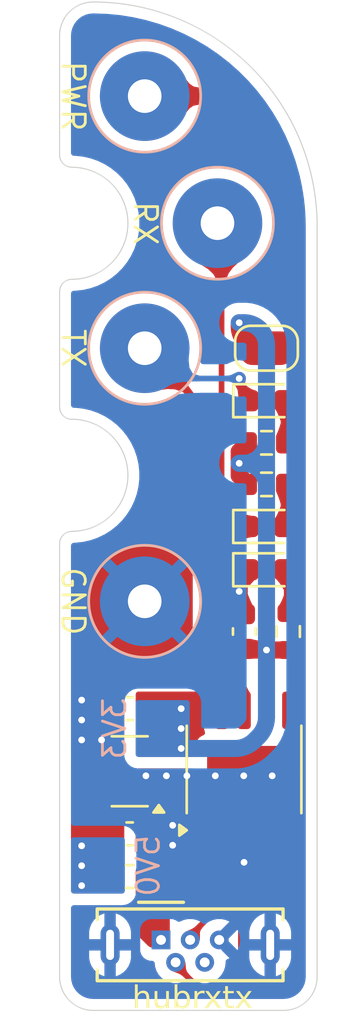
<source format=kicad_pcb>
(kicad_pcb (version 20240108) (generator "pcbnew") (generator_version "8.0")
  (title_block (title "hubrxtx") (date "2024-09-08") (rev "1"))
  (layers (0 "F.Cu" signal) (31 "B.Cu" signal) (34 "B.Paste" user) (35 "F.Paste" user) (36 "B.SilkS" user "B.Silkscreen") (37 "F.SilkS" user "F.Silkscreen") (38 "B.Mask" user) (39 "F.Mask" user) (44 "Edge.Cuts" user))
  (net 0 "")
  (net 1 "GND")
  (net 2 "VCC")
  (net 3 "Net-(J1-VBUS)")
  (net 4 "Net-(J1-D+)")
  (net 6 "Net-(J1-D-)")
  (net 10 "Net-(D2-K)")
  (net 11 "Net-(D2-A)")
  (net 12 "Net-(D3-K)")
  (net 13 "Net-(D3-A)")
  (net 14 "Net-(D1-A)")
  (net 15 "Net-(JP1-B)")
  (net 16 "VBUS")
  (footprint "Package_SO:SSOP-10-1EP_3.9x4.9mm_P1mm_EP2.1x3.3mm" (layer "F.Cu") (at 196.737 84.2475 90)
    (property "Reference" "U1" (hide yes))
    (property "Value" "CH340K")
    (fp_line (start 0 -2.56) (end 1.95 -2.56) (stroke (width 0.12)) (layer "F.SilkS"))
    (fp_line (start 0 -2.56) (end -1.95 -2.56) (stroke (width 0.12)) (layer "F.SilkS"))
    (fp_line (start 0 2.56) (end 1.95 2.56) (stroke (width 0.12)) (layer "F.SilkS"))
    (fp_line (start 0 2.56) (end -1.95 2.56) (stroke (width 0.12)) (layer "F.SilkS"))
    (fp_poly (pts (xy -2.7125 -2.56) (xy -2.9525 -2.89) (xy -2.4725 -2.89) (xy -2.7125 -2.56)) (stroke (width 0.12)) (fill solid) (layer "F.SilkS"))
    (pad "1" smd roundrect (at -2.6375 -2 90) (size 1.675 0.6) (layers "F.Cu" "F.Paste" "F.Mask") (net 4 "Net-(J1-D+)"))
    (pad "2" smd roundrect (at -2.6375 -1 90) (size 1.675 0.6) (layers "F.Cu" "F.Paste" "F.Mask") (net 6 "Net-(J1-D-)"))
    (pad "3" smd roundrect (at -2.6375 0 90) (size 1.675 0.6) (layers "F.Cu" "F.Paste" "F.Mask") (net 1 "GND"))
    (pad "4" smd roundrect (at -2.6375 1 90) (size 1.675 0.6) (layers "F.Cu" "F.Paste" "F.Mask"))
    (pad "5" smd roundrect (at -2.6375 2 90) (size 1.675 0.6) (layers "F.Cu" "F.Paste" "F.Mask"))
    (pad "6" smd roundrect (at 2.6375 2 90) (size 1.675 0.6) (layers "F.Cu" "F.Paste" "F.Mask"))
    (pad "7" smd roundrect (at 2.6375 1 90) (size 1.675 0.6) (layers "F.Cu" "F.Paste" "F.Mask") (net 2 "VCC"))
    (pad "8" smd roundrect (at 2.6375 0 90) (size 1.675 0.6) (layers "F.Cu" "F.Paste" "F.Mask") (net 10 "Net-(D2-K)"))
    (pad "9" smd roundrect (at 2.6375 -1 90) (size 1.675 0.6) (layers "F.Cu" "F.Paste" "F.Mask") (net 12 "Net-(D3-K)"))
    (pad "10" smd roundrect (at 2.6375 -2 90) (size 1.675 0.6) (layers "F.Cu" "F.Paste" "F.Mask") (net 2 "VCC"))
    (pad "11" smd rect (at 0 0 90) (size 2.1 3.3) (property pad_prop_heatsink) (layers "F.Cu" "F.Mask") (net 1 "GND"))
  )
  (footprint "TestPoint:TestPoint_Pad_D4.0mm" (layer "F.Cu") (at 195.55 59.87)
    (property "Reference" "TP2" (hide yes))
    (property "Value" "RX" (hide yes))
    (fp_circle (center 0 0) (end 2.5 0) (stroke (width 0.12)) (fill none) (layer "B.SilkS"))
    (fp_circle (center 0 0) (end 2.5 0) (stroke (width 0.12)) (fill none) (layer "F.SilkS"))
    (pad "1" thru_hole circle (at 0 0) (size 4 4) (drill 1.5) (layers "*.Cu" "*.Mask") (net 10 "Net-(D2-K)"))
  )
  (footprint "Capacitor_SMD:C_0603_1608Metric" (layer "F.Cu") (at 196.7514 78.0928 -90)
    (property "Reference" "C3" (hide yes))
    (property "Value" "0.1uF")
    (fp_line (start -0.14058 0.51) (end 0.14058 0.51) (stroke (width 0.12)) (layer "F.SilkS"))
    (fp_line (start -0.14058 -0.51) (end 0.14058 -0.51) (stroke (width 0.12)) (layer "F.SilkS"))
    (pad "1" smd roundrect (at -0.775 0 270) (size 0.9 0.95) (layers "F.Cu" "F.Paste" "F.Mask") (net 1 "GND"))
    (pad "2" smd roundrect (at 0.775 0 270) (size 0.9 0.95) (layers "F.Cu" "F.Paste" "F.Mask") (net 2 "VCC"))
  )
  (footprint "Connector_USB:USB_Micro-B_Wuerth_614105150721_Vertical" (layer "F.Cu") (at 193.029 91.855)
    (property "Reference" "J1" (hide yes))
    (property "Value" "USB_B_Micro")
    (fp_line (start -2.85 -1.38) (end 5.45 -1.38) (stroke (width 0.15)) (layer "F.SilkS"))
    (fp_line (start -2.85 -0.905) (end -2.85 -1.38) (stroke (width 0.15)) (layer "F.SilkS"))
    (fp_line (start -2.85 1.345) (end -2.85 1.82) (stroke (width 0.15)) (layer "F.SilkS"))
    (fp_line (start -2.85 1.82) (end 5.45 1.82) (stroke (width 0.15)) (layer "F.SilkS"))
    (fp_line (start -1 -1.68) (end 1 -1.68) (stroke (width 0.15)) (layer "F.SilkS"))
    (fp_line (start 5.45 -1.38) (end 5.45 -0.905) (stroke (width 0.15)) (layer "F.SilkS"))
    (fp_line (start 5.45 1.82) (end 5.45 1.345) (stroke (width 0.15)) (layer "F.SilkS"))
    (pad "1" thru_hole rect (at 0 0) (size 0.84 0.84) (drill 0.44) (layers "*.Cu" "*.Mask") (net 3 "Net-(J1-VBUS)"))
    (pad "2" thru_hole circle (at 0.65 1) (size 0.84 0.84) (drill 0.44) (layers "*.Cu" "*.Mask") (net 6 "Net-(J1-D-)"))
    (pad "3" thru_hole circle (at 1.3 0) (size 0.84 0.84) (drill 0.44) (layers "*.Cu" "*.Mask") (net 4 "Net-(J1-D+)"))
    (pad "4" thru_hole circle (at 1.95 1) (size 0.84 0.84) (drill 0.44) (layers "*.Cu" "*.Mask"))
    (pad "5" thru_hole circle (at 2.6 0) (size 0.84 0.84) (drill 0.44) (layers "*.Cu" "*.Mask") (net 1 "GND"))
    (pad "6" thru_hole oval (at -2.275 0.22) (size 0.85 1.85) (drill oval 0.35 1.35) (layers "*.Cu" "*.Mask") (net 1 "GND"))
    (pad "6" thru_hole oval (at 4.875 0.22) (size 0.85 1.85) (drill oval 0.35 1.35) (layers "*.Cu" "*.Mask") (net 1 "GND"))
  )
  (footprint "Resistor_SMD:R_0603_1608Metric" (layer "F.Cu") (at 197.739 69.6722 180)
    (property "Reference" "R3" (hide yes))
    (property "Value" "470")
    (fp_line (start -0.237258 0.5225) (end 0.237258 0.5225) (stroke (width 0.12)) (layer "F.SilkS"))
    (fp_line (start -0.237258 -0.5225) (end 0.237258 -0.5225) (stroke (width 0.12)) (layer "F.SilkS"))
    (pad "1" smd roundrect (at -0.825 0 180) (size 0.8 0.95) (layers "F.Cu" "F.Paste" "F.Mask") (net 13 "Net-(D3-A)"))
    (pad "2" smd roundrect (at 0.825 0 180) (size 0.8 0.95) (layers "F.Cu" "F.Paste" "F.Mask") (net 2 "VCC"))
  )
  (footprint "Jumper:SolderJumper-2_P1.3mm_Bridged_RoundedPad1.0x1.5mm" (layer "F.Cu") (at 197.739 65.45)
    (property "Reference" "JP1" (hide yes))
    (property "Value" "power")
    (fp_poly (pts (xy 0.25 -0.3) (xy -0.25 -0.3) (xy -0.25 0.3) (xy 0.25 0.3)) (fill solid) (layer "F.Cu"))
    (fp_line (start -1.4 0.3) (end -1.4 -0.3) (stroke (width 0.12)) (layer "F.SilkS"))
    (fp_line (start -0.7 -1) (end 0.7 -1) (stroke (width 0.12)) (layer "F.SilkS"))
    (fp_line (start 0.7 1) (end -0.7 1) (stroke (width 0.12)) (layer "F.SilkS"))
    (fp_line (start 1.4 -0.3) (end 1.4 0.3) (stroke (width 0.12)) (layer "F.SilkS"))
    (fp_arc (start -1.4 -0.3) (mid -1.194975 -0.794975) (end -0.7 -1) (stroke (width 0.12)) (layer "F.SilkS"))
    (fp_arc (start -0.7 1) (mid -1.194975 0.794975) (end -1.4 0.3) (stroke (width 0.12)) (layer "F.SilkS"))
    (fp_arc (start 0.7 -1) (mid 1.194975 -0.794975) (end 1.4 -0.3) (stroke (width 0.12)) (layer "F.SilkS"))
    (fp_arc (start 1.4 0.3) (mid 1.194975 0.794975) (end 0.7 1) (stroke (width 0.12)) (layer "F.SilkS"))
    (pad "1" smd custom (at -0.65 0) (size 1 0.5) (layers "F.Cu" "F.Mask") (net 2 "VCC") (options (clearance outline) (anchor rect)) (primitives (gr_circle (center 0 0.25) (end 0.5 0.25) (width 0) (fill yes)) (gr_circle (center 0 -0.25) (end 0.5 -0.25) (width 0) (fill yes)) (gr_poly (pts (xy 0.5 0.75) (xy 0 0.75) (xy 0 -0.75) (xy 0.5 -0.75)) (width 0) (fill yes))))
    (pad "2" smd custom (at 0.65 0) (size 1 0.5) (layers "F.Cu" "F.Mask") (net 15 "Net-(JP1-B)") (options (clearance outline) (anchor rect)) (primitives (gr_circle (center 0 0.25) (end 0.5 0.25) (width 0) (fill yes)) (gr_circle (center 0 -0.25) (end 0.5 -0.25) (width 0) (fill yes)) (gr_poly (pts (xy 0 0.75) (xy -0.5 0.75) (xy -0.5 -0.75) (xy 0 -0.75)) (width 0) (fill yes))))
  )
  (footprint "LED_SMD:LED_0603_1608Metric" (layer "F.Cu") (at 197.739 75.3364)
    (property "Reference" "D1" (hide yes))
    (property "Value" "RED")
    (fp_line (start -1.485 -0.735) (end -1.485 0.735) (stroke (width 0.12)) (layer "F.SilkS"))
    (fp_line (start -1.485 0.735) (end 0.8 0.735) (stroke (width 0.12)) (layer "F.SilkS"))
    (fp_line (start 0.8 -0.735) (end -1.485 -0.735) (stroke (width 0.12)) (layer "F.SilkS"))
    (pad "1" smd roundrect (at -0.7875 0) (size 0.875 0.95) (layers "F.Cu" "F.Paste" "F.Mask") (net 1 "GND"))
    (pad "2" smd roundrect (at 0.7875 0) (size 0.875 0.95) (layers "F.Cu" "F.Paste" "F.Mask") (net 14 "Net-(D1-A)"))
  )
  (footprint "Resistor_SMD:R_0603_1608Metric" (layer "F.Cu") (at 198.7072 78.0928 -90)
    (property "Reference" "R1" (hide yes))
    (property "Value" "470")
    (fp_line (start -0.237258 0.5225) (end 0.237258 0.5225) (stroke (width 0.12)) (layer "F.SilkS"))
    (fp_line (start -0.237258 -0.5225) (end 0.237258 -0.5225) (stroke (width 0.12)) (layer "F.SilkS"))
    (pad "1" smd roundrect (at -0.825 0 270) (size 0.8 0.95) (layers "F.Cu" "F.Paste" "F.Mask") (net 14 "Net-(D1-A)"))
    (pad "2" smd roundrect (at 0.825 0 270) (size 0.8 0.95) (layers "F.Cu" "F.Paste" "F.Mask") (net 2 "VCC"))
  )
  (footprint "Capacitor_SMD:C_0603_1608Metric" (layer "F.Cu") (at 191.63 87.122)
    (property "Reference" "C1" (hide yes))
    (property "Value" "1uF")
    (fp_line (start -0.14058 -0.51) (end 0.14058 -0.51) (stroke (width 0.12)) (layer "F.SilkS"))
    (fp_line (start -0.14058 0.51) (end 0.14058 0.51) (stroke (width 0.12)) (layer "F.SilkS"))
    (pad "1" smd roundrect (at -0.775 0) (size 0.9 0.95) (layers "F.Cu" "F.Paste" "F.Mask") (net 16 "VBUS"))
    (pad "2" smd roundrect (at 0.775 0) (size 0.9 0.95) (layers "F.Cu" "F.Paste" "F.Mask") (net 1 "GND"))
  )
  (footprint "LED_SMD:LED_0603_1608Metric" (layer "F.Cu") (at 197.739 67.7926)
    (property "Reference" "D3" (hide yes))
    (property "Value" "BLUE")
    (fp_line (start -1.485 -0.735) (end -1.485 0.735) (stroke (width 0.12)) (layer "F.SilkS"))
    (fp_line (start -1.485 0.735) (end 0.8 0.735) (stroke (width 0.12)) (layer "F.SilkS"))
    (fp_line (start 0.8 -0.735) (end -1.485 -0.735) (stroke (width 0.12)) (layer "F.SilkS"))
    (pad "1" smd roundrect (at -0.7875 0) (size 0.875 0.95) (layers "F.Cu" "F.Paste" "F.Mask") (net 12 "Net-(D3-K)"))
    (pad "2" smd roundrect (at 0.7875 0) (size 0.875 0.95) (layers "F.Cu" "F.Paste" "F.Mask") (net 13 "Net-(D3-A)"))
  )
  (footprint "Package_TO_SOT_SMD:SOT-23-3" (layer "F.Cu") (at 191.63 84.328 180)
    (property "Reference" "U2" (hide yes))
    (property "Value" "XC6206PxxxMR")
    (fp_line (start 0 1.56) (end 0.8 1.56) (stroke (width 0.12)) (layer "F.SilkS"))
    (fp_line (start 0 1.56) (end -0.8 1.56) (stroke (width 0.12)) (layer "F.SilkS"))
    (fp_line (start 0 -1.56) (end 0.8 -1.56) (stroke (width 0.12)) (layer "F.SilkS"))
    (fp_line (start 0 -1.56) (end -0.8 -1.56) (stroke (width 0.12)) (layer "F.SilkS"))
    (fp_poly (pts (xy -1.3 -1.51) (xy -1.54 -1.84) (xy -1.06 -1.84) (xy -1.3 -1.51)) (stroke (width 0.12)) (fill solid) (layer "F.SilkS"))
    (pad "1" smd roundrect (at -1.1375 -0.95 180) (size 1.325 0.6) (layers "F.Cu" "F.Paste" "F.Mask") (net 1 "GND"))
    (pad "2" smd roundrect (at -1.1375 0.95 180) (size 1.325 0.6) (layers "F.Cu" "F.Paste" "F.Mask") (net 2 "VCC"))
    (pad "3" smd roundrect (at 1.1375 0 180) (size 1.325 0.6) (layers "F.Cu" "F.Paste" "F.Mask") (net 16 "VBUS"))
  )
  (footprint "TestPoint:TestPoint_Pad_D4.0mm" (layer "F.Cu") (at 192.3 54.2)
    (property "Reference" "TP1" (hide yes))
    (property "Value" "PWR" (hide yes))
    (fp_circle (center 0 0) (end 2.5 0) (stroke (width 0.12)) (fill none) (layer "B.SilkS"))
    (fp_circle (center 0 0) (end 2.5 0) (stroke (width 0.12)) (fill none) (layer "F.SilkS"))
    (pad "1" thru_hole circle (at 0 0) (size 4 4) (drill 1.5) (layers "*.Cu" "*.Mask") (net 15 "Net-(JP1-B)"))
  )
  (footprint "TestPoint:TestPoint_Pad_D4.0mm" (layer "F.Cu") (at 192.3 65.45)
    (property "Reference" "TP3" (hide yes))
    (property "Value" "TX" (hide yes))
    (fp_circle (center 0 0) (end 2.5 0) (stroke (width 0.12)) (fill none) (layer "B.SilkS"))
    (fp_circle (center 0 0) (end 2.5 0) (stroke (width 0.12)) (fill none) (layer "F.SilkS"))
    (pad "1" thru_hole circle (at 0 0) (size 4 4) (drill 1.5) (layers "*.Cu" "*.Mask") (net 12 "Net-(D3-K)"))
  )
  (footprint "Resistor_SMD:R_0603_1608Metric" (layer "F.Cu") (at 197.739 71.5264 180)
    (property "Reference" "R2" (hide yes))
    (property "Value" "470")
    (fp_line (start -0.237258 0.5225) (end 0.237258 0.5225) (stroke (width 0.12)) (layer "F.SilkS"))
    (fp_line (start -0.237258 -0.5225) (end 0.237258 -0.5225) (stroke (width 0.12)) (layer "F.SilkS"))
    (pad "1" smd roundrect (at -0.825 0 180) (size 0.8 0.95) (layers "F.Cu" "F.Paste" "F.Mask") (net 11 "Net-(D2-A)"))
    (pad "2" smd roundrect (at 0.825 0 180) (size 0.8 0.95) (layers "F.Cu" "F.Paste" "F.Mask") (net 2 "VCC"))
  )
  (footprint "LED_SMD:LED_0603_1608Metric" (layer "F.Cu") (at 197.739 73.406)
    (property "Reference" "D2" (hide yes))
    (property "Value" "WHITE")
    (fp_line (start -1.485 -0.735) (end -1.485 0.735) (stroke (width 0.12)) (layer "F.SilkS"))
    (fp_line (start -1.485 0.735) (end 0.8 0.735) (stroke (width 0.12)) (layer "F.SilkS"))
    (fp_line (start 0.8 -0.735) (end -1.485 -0.735) (stroke (width 0.12)) (layer "F.SilkS"))
    (pad "1" smd roundrect (at -0.7875 0) (size 0.875 0.95) (layers "F.Cu" "F.Paste" "F.Mask") (net 10 "Net-(D2-K)"))
    (pad "2" smd roundrect (at 0.7875 0) (size 0.875 0.95) (layers "F.Cu" "F.Paste" "F.Mask") (net 11 "Net-(D2-A)"))
  )
  (footprint "Fuse:Fuse_0603_1608Metric_Pad1.05x0.95mm_HandSolder" (layer "F.Cu") (at 191.63 89.027 180)
    (property "Reference" "F1" (hide yes))
    (property "Value" "200mA")
    (fp_line (start -0.171267 0.51) (end 0.171267 0.51) (stroke (width 0.12)) (layer "F.SilkS"))
    (fp_line (start -0.171267 -0.51) (end 0.171267 -0.51) (stroke (width 0.12)) (layer "F.SilkS"))
    (pad "1" smd roundrect (at -0.875 0 180) (size 1.05 0.95) (layers "F.Cu" "F.Paste" "F.Mask") (net 3 "Net-(J1-VBUS)"))
    (pad "2" smd roundrect (at 0.875 0 180) (size 1.05 0.95) (layers "F.Cu" "F.Paste" "F.Mask") (net 16 "VBUS"))
  )
  (footprint "Capacitor_SMD:C_0603_1608Metric" (layer "F.Cu") (at 191.63 81.534 180)
    (property "Reference" "C2" (hide yes))
    (property "Value" "1uF")
    (fp_line (start -0.14058 0.51) (end 0.14058 0.51) (stroke (width 0.12)) (layer "F.SilkS"))
    (fp_line (start -0.14058 -0.51) (end 0.14058 -0.51) (stroke (width 0.12)) (layer "F.SilkS"))
    (pad "1" smd roundrect (at -0.775 0 180) (size 0.9 0.95) (layers "F.Cu" "F.Paste" "F.Mask") (net 2 "VCC"))
    (pad "2" smd roundrect (at 0.775 0 180) (size 0.9 0.95) (layers "F.Cu" "F.Paste" "F.Mask") (net 1 "GND"))
  )
  (footprint "TestPoint:TestPoint_Pad_D4.0mm" (layer "F.Cu") (at 192.3 76.745)
    (property "Reference" "TP4" (hide yes))
    (property "Value" "GND" (hide yes))
    (fp_circle (center 0 0) (end 2.5 0) (stroke (width 0.12)) (fill none) (layer "B.SilkS"))
    (fp_circle (center 0 0) (end 2.5 0) (stroke (width 0.12)) (fill none) (layer "F.SilkS"))
    (pad "1" thru_hole circle (at 0 0) (size 4 4) (drill 1.5) (layers "*.Cu" "*.Mask") (net 1 "GND"))
  )
  (gr_arc (start 189.05 57.375) (mid 188.661091 57.213909) (end 188.5 56.825) (stroke (width 0.05)) (layer "Edge.Cuts"))
  (gr_line (start 188.5 62.925) (end 188.5 68.075) (stroke (width 0.05)) (layer "Edge.Cuts"))
  (gr_line (start 198.5 95) (end 190 95) (stroke (width 0.05)) (layer "Edge.Cuts"))
  (gr_arc (start 189.05 57.375) (mid 191.55 59.875) (end 189.05 62.375) (stroke (width 0.05)) (layer "Edge.Cuts"))
  (gr_arc (start 188.5 62.925) (mid 188.661091 62.536091) (end 189.05 62.375) (stroke (width 0.05)) (layer "Edge.Cuts"))
  (gr_line (start 188.5 51.5) (end 188.5 56.825) (stroke (width 0.05)) (layer "Edge.Cuts"))
  (gr_arc (start 200 93.5) (mid 199.56066 94.56066) (end 198.5 95) (stroke (width 0.05)) (layer "Edge.Cuts"))
  (gr_arc (start 188.5 74.175) (mid 188.661091 73.786091) (end 189.05 73.625) (stroke (width 0.05)) (layer "Edge.Cuts"))
  (gr_arc (start 189.05 68.62) (mid 191.55 71.12) (end 189.05 73.62) (stroke (width 0.05)) (layer "Edge.Cuts"))
  (gr_line (start 188.5 74.175) (end 188.5 93.5) (stroke (width 0.05)) (layer "Edge.Cuts"))
  (gr_arc (start 188.5 51.5) (mid 188.93934 50.43934) (end 190 50) (stroke (width 0.05)) (layer "Edge.Cuts"))
  (gr_arc (start 190 50) (mid 197.071068 52.928932) (end 200 60) (stroke (width 0.05)) (layer "Edge.Cuts"))
  (gr_arc (start 190 95) (mid 188.93934 94.56066) (end 188.5 93.5) (stroke (width 0.05)) (layer "Edge.Cuts"))
  (gr_arc (start 189.05 68.625) (mid 188.661091 68.463909) (end 188.5 68.075) (stroke (width 0.05)) (layer "Edge.Cuts"))
  (gr_line (start 200 60) (end 200 93.5) (stroke (width 0.05)) (layer "Edge.Cuts"))
  (gr_text "3V3" (at 191.5414 82.423 90) (layer "B.SilkS") (effects (font (size 1 1) (thickness 0.127)) (justify bottom mirror)))
  (gr_text "5V0" (at 193.04 88.5444 90) (layer "B.SilkS") (effects (font (size 1 1) (thickness 0.127)) (justify bottom mirror)))
  (gr_text "TX" (at 188.5188 65.45 270) (layer "F.SilkS") (effects (font (size 1 1) (thickness 0.127)) (justify bottom)))
  (gr_text "hubrxtx" (at 194.437 95.0722 0) (layer "F.SilkS") (effects (font (size 1 1) (thickness 0.1)) (justify bottom)))
  (gr_text "PWR" (at 188.5188 54.2 270) (layer "F.SilkS") (effects (font (size 1 1) (thickness 0.127)) (justify bottom)))
  (gr_text "GND" (at 188.5188 76.745 270) (layer "F.SilkS") (effects (font (size 1 1) (thickness 0.127)) (justify bottom)))
  (gr_text "RX" (at 191.7446 59.87 270) (layer "F.SilkS") (effects (font (size 1 1) (thickness 0.127)) (justify bottom)))
  (segment (start 196.737 86.885) (end 196.737 88.392) (width 0.508) (layer "F.Cu") (net 1))
  (segment (start 196.5198 76.3016) (end 196.5198 77.0862) (width 0.762) (layer "F.Cu") (net 1))
  (segment (start 196.5198 77.0862) (end 196.7514 77.3178) (width 0.762) (layer "F.Cu") (net 1))
  (segment (start 196.5198 76.3016) (end 196.5198 75.7681) (width 0.762) (layer "F.Cu") (net 1))
  (segment (start 196.5198 75.7681) (end 196.9515 75.3364) (width 0.762) (layer "F.Cu") (net 1))
  (via (at 190.373 82.931) (size 0.6) (drill 0.3) (layers "F.Cu" "B.Cu") (net 1))
  (via (at 195.453 84.5312) (size 0.6) (drill 0.3) (layers "F.Cu" "B.Cu") (net 1))
  (via (at 193.2686 84.5312) (size 0.6) (drill 0.3) (layers "F.Cu" "B.Cu") (net 1))
  (via (at 189.484 81.153) (size 0.6) (drill 0.3) (layers "F.Cu" "B.Cu") (net 1))
  (via (at 193.548 87.63) (size 0.6) (drill 0.3) (layers "F.Cu" "B.Cu") (net 1))
  (via (at 196.723 84.5312) (size 0.6) (drill 0.3) (layers "F.Cu" "B.Cu") (net 1))
  (via (at 196.5198 76.3016) (size 0.6) (drill 0.3) (layers "F.Cu" "B.Cu") (net 1))
  (via (at 192.3542 84.5312) (size 0.6) (drill 0.3) (layers "F.Cu" "B.Cu") (net 1))
  (via (at 189.484 82.042) (size 0.6) (drill 0.3) (layers "F.Cu" "B.Cu") (net 1))
  (via (at 197.993 84.5312) (size 0.6) (drill 0.3) (layers "F.Cu" "B.Cu") (net 1))
  (via (at 194.183 84.5312) (size 0.6) (drill 0.3) (layers "F.Cu" "B.Cu") (net 1))
  (via (at 196.737 88.392) (size 0.6) (drill 0.3) (layers "F.Cu" "B.Cu") (net 1))
  (via (at 189.484 82.931) (size 0.6) (drill 0.3) (layers "F.Cu" "B.Cu") (net 1))
  (via (at 193.548 86.741) (size 0.6) (drill 0.3) (layers "F.Cu" "B.Cu") (net 1))
  (segment (start 197.739 78.9178) (end 198.7072 78.9178) (width 0.762) (layer "F.Cu") (net 2))
  (segment (start 197.739 78.9178) (end 197.739 81.608) (width 0.508) (layer "F.Cu") (net 2))
  (segment (start 196.812693 65.173693) (end 197.089 65.45) (width 0.762) (layer "F.Cu") (net 2))
  (segment (start 196.8014 78.9178) (end 196.7514 78.8678) (width 0.508) (layer "F.Cu") (net 2))
  (segment (start 196.5198 64.3128) (end 196.5198 64.466586) (width 0.762) (layer "F.Cu") (net 2))
  (segment (start 197.739 78.9178) (end 196.8014 78.9178) (width 0.762) (layer "F.Cu") (net 2))
  (segment (start 196.5198 71.1322) (end 196.914 71.5264) (width 0.762) (layer "F.Cu") (net 2))
  (segment (start 196.5198 70.585893) (end 196.5198 71.1322) (width 0.762) (layer "F.Cu") (net 2))
  (segment (start 196.5198 70.585893) (end 196.5198 70.0664) (width 0.762) (layer "F.Cu") (net 2))
  (segment (start 196.5198 70.0664) (end 196.914 69.6722) (width 0.762) (layer "F.Cu") (net 2))
  (segment (start 193.929 81.534) (end 192.405 81.534) (width 0.762) (layer "F.Cu") (net 2))
  (via (at 193.929 83.312) (size 0.6) (drill 0.3) (layers "F.Cu" "B.Cu") (net 2))
  (via (at 196.5198 64.3128) (size 0.6) (drill 0.3) (layers "F.Cu" "B.Cu") (net 2))
  (via (at 193.929 81.534) (size 0.6) (drill 0.3) (layers "F.Cu" "B.Cu") (net 2))
  (via (at 193.929 82.423) (size 0.6) (drill 0.3) (layers "F.Cu" "B.Cu") (net 2))
  (via (at 196.5198 70.585893) (size 0.6) (drill 0.3) (layers "F.Cu" "B.Cu") (net 2))
  (via (at 197.739 78.9178) (size 0.6) (drill 0.3) (layers "F.Cu" "B.Cu") (net 2))
  (arc (start 196.812693 65.173693) (mid 196.59592 64.84927) (end 196.5198 64.466586) (width 0.762) (layer "F.Cu") (net 2))
  (segment (start 197.739 78.9178) (end 197.739 71.805093) (width 0.762) (layer "B.Cu") (net 2))
  (segment (start 196.739 70.585893) (end 196.5198 70.585893) (width 0.762) (layer "B.Cu") (net 2))
  (segment (start 197.739 69.366693) (end 197.739 65.3128) (width 0.762) (layer "B.Cu") (net 2))
  (segment (start 197.739 69.366693) (end 197.739 69.585893) (width 0.762) (layer "B.Cu") (net 2))
  (segment (start 197.372883 82.789117) (end 197.216116 82.945884) (width 0.762) (layer "B.Cu") (net 2))
  (segment (start 196.739 64.3128) (end 196.5198 64.3128) (width 0.762) (layer "B.Cu") (net 2))
  (segment (start 196.739 70.585893) (end 196.5198 70.585893) (width 0.762) (layer "B.Cu") (net 2))
  (segment (start 196.332233 83.312) (end 193.929 83.312) (width 0.762) (layer "B.Cu") (net 2))
  (segment (start 197.739 78.9178) (end 197.739 81.905233) (width 0.762) (layer "B.Cu") (net 2))
  (segment (start 197.739 69.366693) (end 197.739 71.805093) (width 0.762) (layer "B.Cu") (net 2))
  (segment (start 193.929 81.534) (end 193.929 83.312) (width 0.762) (layer "B.Cu") (net 2))
  (segment (start 197.739 71.805093) (end 197.739 71.585893) (width 0.762) (layer "B.Cu") (net 2))
  (arc (start 196.739 70.585893) (mid 197.446107 70.878786) (end 197.739 71.585893) (width 0.762) (layer "B.Cu") (net 2))
  (arc (start 197.216116 82.945884) (mid 196.810587 83.21685) (end 196.332233 83.312) (width 0.762) (layer "B.Cu") (net 2))
  (arc (start 197.739 81.905233) (mid 197.643849 82.383588) (end 197.372883 82.789117) (width 0.762) (layer "B.Cu") (net 2))
  (arc (start 196.739 70.585893) (mid 197.446107 70.293) (end 197.739 69.585893) (width 0.762) (layer "B.Cu") (net 2))
  (arc (start 196.739 64.3128) (mid 197.446107 64.605693) (end 197.739 65.3128) (width 0.762) (layer "B.Cu") (net 2))
  (segment (start 192.532 89.054) (end 192.505 89.027) (width 0.762) (layer "F.Cu") (net 3))
  (segment (start 194.329 91.675) (end 194.329 91.855) (width 0.254) (layer "F.Cu") (net 4))
  (segment (start 195.58 89.833767) (end 195.58 89.906233) (width 0.254) (layer "F.Cu") (net 4))
  (segment (start 194.95667 88.69267) (end 195.213884 88.949884) (width 0.254) (layer "F.Cu") (net 4))
  (segment (start 194.737 86.885) (end 194.737 88.16234) (width 0.254) (layer "F.Cu") (net 4))
  (segment (start 195.213883 90.790117) (end 194.329 91.675) (width 0.254) (layer "F.Cu") (net 4))
  (arc (start 195.213884 88.949884) (mid 195.48485 89.355413) (end 195.58 89.833767) (width 0.254) (layer "F.Cu") (net 4))
  (arc (start 195.213883 90.790117) (mid 195.484849 90.384588) (end 195.58 89.906233) (width 0.254) (layer "F.Cu") (net 4))
  (arc (start 194.737 88.16234) (mid 194.79409 88.449353) (end 194.95667 88.69267) (width 0.254) (layer "F.Cu") (net 4))
  (segment (start 196.229883 89.041883) (end 195.95667 88.76867) (width 0.254) (layer "F.Cu") (net 6))
  (segment (start 196.596 92.636733) (end 196.596 89.925767) (width 0.254) (layer "F.Cu") (net 6))
  (segment (start 193.679 92.855) (end 193.679 92.968) (width 0.254) (layer "F.Cu") (net 6))
  (segment (start 195.208767 93.98) (end 195.252733 93.98) (width 0.254) (layer "F.Cu") (net 6))
  (segment (start 193.679 92.968) (end 194.324884 93.613884) (width 0.254) (layer "F.Cu") (net 6))
  (segment (start 196.136617 93.613883) (end 196.229884 93.520616) (width 0.254) (layer "F.Cu") (net 6))
  (segment (start 195.737 88.23834) (end 195.737 86.885) (width 0.254) (layer "F.Cu") (net 6))
  (arc (start 196.136617 93.613883) (mid 195.731088 93.884849) (end 195.252733 93.98) (width 0.254) (layer "F.Cu") (net 6))
  (arc (start 196.229884 93.520616) (mid 196.50085 93.115087) (end 196.596 92.636733) (width 0.254) (layer "F.Cu") (net 6))
  (arc (start 196.596 89.925767) (mid 196.500849 89.447412) (end 196.229883 89.041883) (width 0.254) (layer "F.Cu") (net 6))
  (arc (start 194.324884 93.613884) (mid 194.730413 93.88485) (end 195.208767 93.98) (width 0.254) (layer "F.Cu") (net 6))
  (arc (start 195.95667 88.76867) (mid 195.79409 88.525353) (end 195.737 88.23834) (width 0.254) (layer "F.Cu") (net 6))
  (segment (start 195.7324 60.0524) (end 195.55 59.87) (width 0.254) (layer "F.Cu") (net 10))
  (segment (start 196.17174 74.18576) (end 196.9515 73.406) (width 0.254) (layer "F.Cu") (net 10))
  (segment (start 196.737 61.057) (end 195.55 59.87) (width 0.254) (layer "F.Cu") (net 10))
  (segment (start 196.444107 80.086707) (end 196.025293 79.667893) (width 0.254) (layer "F.Cu") (net 10))
  (segment (start 196.737 81.61) (end 196.737 80.793814) (width 0.254) (layer "F.Cu") (net 10))
  (segment (start 196.9515 73.406) (end 196.17174 72.62624) (width 0.254) (layer "F.Cu") (net 10))
  (segment (start 195.7324 71.56558) (end 195.7324 60.0524) (width 0.254) (layer "F.Cu") (net 10))
  (segment (start 195.7324 78.960786) (end 195.7324 75.24642) (width 0.254) (layer "F.Cu") (net 10))
  (arc (start 196.025293 79.667893) (mid 195.80852 79.343469) (end 195.7324 78.960786) (width 0.254) (layer "F.Cu") (net 10))
  (arc (start 195.7324 75.24642) (mid 195.846581 74.672395) (end 196.17174 74.18576) (width 0.254) (layer "F.Cu") (net 10))
  (arc (start 196.17174 72.62624) (mid 195.846581 72.139605) (end 195.7324 71.56558) (width 0.254) (layer "F.Cu") (net 10))
  (arc (start 196.737 80.793814) (mid 196.66088 80.411131) (end 196.444107 80.086707) (width 0.254) (layer "F.Cu") (net 10))
  (segment (start 198.564 73.3685) (end 198.5265 73.406) (width 0.381) (layer "F.Cu") (net 11))
  (segment (start 198.564 71.5264) (end 198.564 73.3685) (width 0.381) (layer "F.Cu") (net 11))
  (segment (start 195.072 79.316386) (end 195.072 69.050427) (width 0.254) (layer "F.Cu") (net 12))
  (segment (start 196.812693 67.653793) (end 196.9515 67.7926) (width 0.254) (layer "F.Cu") (net 12))
  (segment (start 197.0024 67.7924) (end 197.0022 67.7926) (width 0.254) (layer "F.Cu") (net 12))
  (segment (start 195.737 81.61) (end 195.737 80.809814) (width 0.254) (layer "F.Cu") (net 12))
  (segment (start 195.444107 80.102707) (end 195.364893 80.023493) (width 0.254) (layer "F.Cu") (net 12))
  (segment (start 196.5198 66.802) (end 196.5198 66.946686) (width 0.254) (layer "F.Cu") (net 12))
  (segment (start 194.486213 67.636213) (end 192.3 65.45) (width 0.254) (layer "F.Cu") (net 12))
  (via (at 196.5198 66.802) (size 0.6) (drill 0.3) (layers "F.Cu" "B.Cu") (net 12))
  (arc (start 194.486213 67.636213) (mid 194.919759 68.28506) (end 195.072 69.050427) (width 0.254) (layer "F.Cu") (net 12))
  (arc (start 195.364893 80.023493) (mid 195.14812 79.69907) (end 195.072 79.316386) (width 0.254) (layer "F.Cu") (net 12))
  (arc (start 195.737 80.809814) (mid 195.66088 80.42713) (end 195.444107 80.102707) (width 0.254) (layer "F.Cu") (net 12))
  (arc (start 196.5198 66.946686) (mid 196.59592 67.329369) (end 196.812693 67.653793) (width 0.254) (layer "F.Cu") (net 12))
  (segment (start 196.5198 66.802) (end 193.652 66.802) (width 0.254) (layer "B.Cu") (net 12))
  (segment (start 196.5198 66.8264) (end 196.4134 66.8264) (width 0.254) (layer "B.Cu") (net 12))
  (segment (start 193.652 66.802) (end 192.3 65.45) (width 0.254) (layer "B.Cu") (net 12))
  (segment (start 198.564 69.6722) (end 198.564 67.8301) (width 0.381) (layer "F.Cu") (net 13))
  (segment (start 198.564 67.8301) (end 198.5265 67.7926) (width 0.381) (layer "F.Cu") (net 13))
  (segment (start 198.7072 75.5171) (end 198.5265 75.3364) (width 0.508) (layer "F.Cu") (net 14))
  (segment (start 198.7042 75.4004) (end 198.564 75.2602) (width 0.381) (layer "F.Cu") (net 14))
  (segment (start 198.7072 77.2678) (end 198.7072 75.5171) (width 0.381) (layer "F.Cu") (net 14))
  (segment (start 197.217134 55.234261) (end 197.357573 55.371573) (width 0.762) (layer "F.Cu") (net 15))
  (segment (start 196.240485 54.581671) (end 196.586901 54.766839) (width 0.762) (layer "F.Cu") (net 15))
  (segment (start 198.020757 56.092281) (end 198.238989 56.418883) (width 0.762) (layer "F.Cu") (net 15))
  (segment (start 198.888676 58.013142) (end 198.995892 58.575188) (width 0.762) (layer "F.Cu") (net 15))
  (segment (start 192.3 54.2) (end 194.529146 54.2) (width 0.762) (layer "F.Cu") (net 15))
  (segment (start 198.995892 58.575188) (end 199.067605 59.142863) (width 0.762) (layer "F.Cu") (net 15))
  (segment (start 197.771564 55.788643) (end 198.020757 56.092281) (width 0.762) (layer "F.Cu") (net 15))
  (segment (start 198.8566 57.8612) (end 198.888676 58.013142) (width 0.762) (layer "F.Cu") (net 15))
  (segment (start 197.634227 55.648227) (end 197.771564 55.788643) (width 0.762) (layer "F.Cu") (net 15))
  (segment (start 199.103754 59.717426) (end 199.103754 63.906819) (width 0.762) (layer "F.Cu") (net 15))
  (segment (start 198.5264 56.9976) (end 198.7042 57.404) (width 0.762) (layer "F.Cu") (net 15))
  (segment (start 198.7042 57.404) (end 198.8566 57.8612) (width 0.762) (layer "F.Cu") (net 15))
  (segment (start 198.517967 65.321033) (end 198.389 65.45) (width 0.762) (layer "F.Cu") (net 15))
  (segment (start 199.067605 59.142863) (end 199.103754 59.717426) (width 0.762) (layer "F.Cu") (net 15))
  (segment (start 195.501703 54.317323) (end 195.877587 54.43135) (width 0.762) (layer "F.Cu") (net 15))
  (segment (start 194.725545 54.202182) (end 195.116453 54.240687) (width 0.762) (layer "F.Cu") (net 15))
  (segment (start 198.424158 56.765301) (end 198.5264 56.9976) (width 0.762) (layer "F.Cu") (net 15))
  (segment (start 194.529146 54.2) (end 194.725545 54.202182) (width 0.762) (layer "F.Cu") (net 15))
  (segment (start 196.913499 54.985069) (end 197.217134 55.234261) (width 0.762) (layer "F.Cu") (net 15))
  (segment (start 196.586901 54.766839) (end 196.913499 54.985069) (width 0.762) (layer "F.Cu") (net 15))
  (segment (start 197.357573 55.371573) (end 197.634227 55.648227) (width 0.762) (layer "F.Cu") (net 15))
  (segment (start 195.877587 54.43135) (end 196.240485 54.581671) (width 0.762) (layer "F.Cu") (net 15))
  (segment (start 195.116453 54.240687) (end 195.501703 54.317323) (width 0.762) (layer "F.Cu") (net 15))
  (segment (start 198.238989 56.418883) (end 198.424158 56.765301) (width 0.762) (layer "F.Cu") (net 15))
  (arc (start 198.517967 65.321033) (mid 198.951513 64.672186) (end 199.103754 63.906819) (width 0.762) (layer "F.Cu") (net 15))
  (via (at 189.484 87.6554) (size 0.6) (drill 0.3) (layers "F.Cu" "B.Cu") (net 16))
  (via (at 189.484 89.4334) (size 0.6) (drill 0.3) (layers "F.Cu" "B.Cu") (net 16))
  (via (at 189.484 88.5444) (size 0.6) (drill 0.3) (layers "F.Cu" "B.Cu") (net 16))
  (zone (net 0) (net_name "") (layer "F.Cu") (connect_pads yes (clearance 0)) (min_thickness 0.25)
    (keepout (tracks allowed) (vias allowed) (pads allowed) (copperpour not_allowed) (footprints allowed))
    (fill (thermal_gap 0.5) (thermal_bridge_width 0.5))
    (polygon (pts (xy 194.564 83.185) (xy 194.564 85.852) (xy 198.882 85.852) (xy 198.882 83.185)))
  )
  (zone (net 0) (net_name "") (layer "F.Cu") (connect_pads yes (clearance 0)) (min_thickness 0.25)
    (keepout (tracks allowed) (vias allowed) (pads allowed) (copperpour not_allowed) (footprints allowed))
    (fill (thermal_gap 0.5) (thermal_bridge_width 0.5))
    (polygon (pts (xy 193.929 87.63) (xy 193.929 88.138) (xy 194.183 88.138) (xy 194.183 87.63)))
  )
  (zone (net 1) (net_name "GND") (layer "F.Cu") (connect_pads yes (clearance 0.5)) (min_thickness 0.25) (fill yes (thermal_gap 0.5) (thermal_bridge_width 0.5) (smoothing chamfer) (radius 1.5))
    (polygon (pts (xy 188.468 88.138) (xy 195.072 88.138) (xy 195.072 74.168) (xy 188.468 74.168)))
  )
  (zone (net 3) (net_name "Net-(J1-VBUS)") (layer "F.Cu") (priority 3) (connect_pads yes (clearance 0.508)) (min_thickness 0.254) (fill yes (mode hatch) (thermal_gap 0.508) (thermal_bridge_width 0.508) (smoothing fillet) (radius 0.254) (hatch_thickness 1) (hatch_gap 1.5) (hatch_orientation 0) (hatch_border_algorithm hatch_thickness) (hatch_min_hole_area 0.3))
    (polygon (pts (xy 191.897 88.519) (xy 191.897 91.567) (xy 192.532 92.202) (xy 193.421 92.202) (xy 193.421 88.519)))
  )
  (zone (net 16) (net_name "VBUS") (layer "F.Cu") (priority 2) (connect_pads yes (clearance 0.5)) (min_thickness 0.25) (fill yes (thermal_gap 0.5) (thermal_bridge_width 0.5))
    (polygon (pts (xy 188.976 83.82) (xy 188.976 89.789) (xy 191.389 89.789) (xy 191.389 83.82)))
  )
  (zone (net 0) (net_name "") (layer "F.Cu") (connect_pads yes (clearance 0)) (min_thickness 0.25)
    (keepout (tracks allowed) (vias allowed) (pads allowed) (copperpour not_allowed) (footprints allowed))
    (fill (thermal_gap 0.5) (thermal_bridge_width 0.5))
    (polygon (pts (xy 194.4624 79.629) (xy 194.4624 80.4418) (xy 194.7672 80.4418) (xy 194.7672 79.629)))
  )
  (zone (net 0) (net_name "") (layer "F.Cu") (connect_pads yes (clearance 0)) (min_thickness 0.25)
    (keepout (tracks allowed) (vias allowed) (pads allowed) (copperpour not_allowed) (footprints allowed))
    (fill (thermal_gap 0.5) (thermal_bridge_width 0.5))
    (polygon (pts (xy 193.167 88.3158) (xy 193.9798 88.3158) (xy 193.9798 88.011) (xy 193.167 88.011)))
  )
  (zone (net 2) (net_name "VCC") (layer "F.Cu") (priority 2) (connect_pads yes (clearance 0.5)) (min_thickness 0.25) (fill yes (thermal_gap 0.5) (thermal_bridge_width 0.5))
    (polygon (pts (xy 195.072 80.772) (xy 195.072 83.693) (xy 191.897 83.693) (xy 191.897 80.772)))
  )
  (zone (net 2) (net_name "VCC") (layer "B.Cu") (priority 1) (connect_pads yes (clearance 0)) (min_thickness 0.25) (fill yes (thermal_gap 0.5) (thermal_bridge_width 0.5))
    (polygon (pts (xy 191.897 81.153) (xy 194.31 81.153) (xy 194.31 83.693) (xy 191.897 83.693)))
  )
  (zone (net 16) (net_name "VBUS") (layer "B.Cu") (priority 4) (connect_pads yes (clearance 0.5)) (min_thickness 0.25) (fill yes (thermal_gap 0.5) (thermal_bridge_width 0.5))
    (polygon (pts (xy 188.341 87.2744) (xy 191.4144 87.2744) (xy 191.4144 89.789) (xy 188.341 89.789)))
  )
  (zone (net 1) (net_name "GND") (layer "B.Cu") (connect_pads (clearance 0.508)) (min_thickness 0.254) (fill yes (thermal_gap 0.508) (thermal_bridge_width 0.508) (smoothing fillet) (radius 0.254))
    (polygon (pts (xy 188.341 50.038) (xy 188.341 95.25) (xy 200.152 95.123) (xy 200.152 49.911)))
  )
)
</source>
